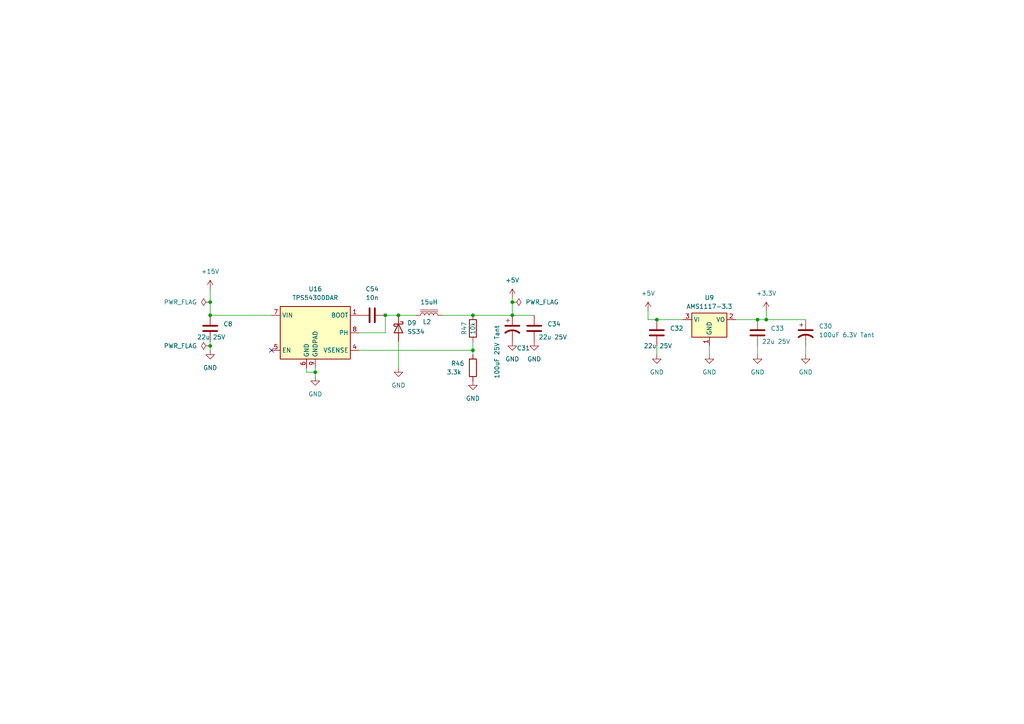
<source format=kicad_sch>
(kicad_sch (version 20230121) (generator eeschema)
  (paper "A4")
  (lib_symbols
    (symbol "Device:C" (pin_numbers hide) (pin_names (offset 0.254))
      (property "Reference" "C" (at 0.635 2.54 0))
      (property "Value" "C" (at 0.635 -2.54 0))
      (symbol "C_0_1"
        (polyline (pts (xy -2.032 -0.762) (xy 2.032 -0.762)) (stroke (width 0.508)))
        (polyline (pts (xy -2.032 0.762) (xy 2.032 0.762)) (stroke (width 0.508)))
      )
      (symbol "C_1_1"
        (pin passive line (at 0 3.81 270) (length 2.794) (name "~") (number "1"))
        (pin passive line (at 0 -3.81 90) (length 2.794) (name "~") (number "2"))
      )
    )
    (symbol "Device:C_Polarized_US" (pin_numbers hide) (pin_names (offset 0.254) hide)
      (property "Reference" "C" (at 0.635 2.54 0))
      (property "Value" "C_Polarized_US" (at 0.635 -2.54 0))
      (symbol "C_Polarized_US_0_1"
        (polyline (pts (xy -2.032 0.762) (xy 2.032 0.762)) (stroke (width 0.508)))
        (polyline (pts (xy -1.778 2.286) (xy -0.762 2.286)))
        (polyline (pts (xy -1.27 1.778) (xy -1.27 2.794)))
        (arc (start 2.032 -1.27) (mid 0 -0.5572) (end -2.032 -1.27) (stroke (width 0.508)))
      )
      (symbol "C_Polarized_US_1_1"
        (pin passive line (at 0 3.81 270) (length 2.794) (name "~") (number "1"))
        (pin passive line (at 0 -3.81 90) (length 3.302) (name "~") (number "2"))
      )
    )
    (symbol "Device:D_Schottky" (pin_numbers hide) (pin_names (offset 1.016) hide)
      (property "Reference" "D" (at 0 2.54 0))
      (property "Value" "D_Schottky" (at 0 -2.54 0))
      (symbol "D_Schottky_0_1"
        (polyline (pts (xy 1.27 0) (xy -1.27 0)))
        (polyline (pts (xy 1.27 1.27) (xy 1.27 -1.27) (xy -1.27 0) (xy 1.27 1.27)) (stroke (width 0.254)))
        (polyline (pts (xy -1.905 0.635) (xy -1.905 1.27) (xy -1.27 1.27) (xy -1.27 -1.27) (xy -0.635 -1.27) (xy -0.635 -0.635)) (stroke (width 0.254)))
      )
      (symbol "D_Schottky_1_1"
        (pin passive line (at -3.81 0 0) (length 2.54) (name "K") (number "1"))
        (pin passive line (at 3.81 0 180) (length 2.54) (name "A") (number "2"))
      )
    )
    (symbol "Device:L_Iron" (pin_numbers hide) (pin_names (offset 1.016) hide)
      (property "Reference" "L" (at -1.27 0 90))
      (property "Value" "L_Iron" (at 2.794 0 90))
      (symbol "L_Iron_0_1"
        (arc (start 0 -2.54) (mid 0.6323 -1.905) (end 0 -1.27))
        (arc (start 0 -1.27) (mid 0.6323 -0.635) (end 0 0))
        (polyline (pts (xy 1.016 2.54) (xy 1.016 -2.54)))
        (polyline (pts (xy 1.524 -2.54) (xy 1.524 2.54)))
        (arc (start 0 0) (mid 0.6323 0.635) (end 0 1.27))
        (arc (start 0 1.27) (mid 0.6323 1.905) (end 0 2.54))
      )
      (symbol "L_Iron_1_1"
        (pin passive line (at 0 3.81 270) (length 1.27) (name "1") (number "1"))
        (pin passive line (at 0 -3.81 90) (length 1.27) (name "2") (number "2"))
      )
    )
    (symbol "Device:R" (pin_numbers hide) (pin_names (offset 0))
      (property "Reference" "R" (at 2.032 0 90))
      (property "Value" "R" (at 0 0 90))
      (symbol "R_0_1"
        (rectangle (start -1.016 -2.54) (end 1.016 2.54) (stroke (width 0.254)))
      )
      (symbol "R_1_1"
        (pin passive line (at 0 3.81 270) (length 1.27) (name "~") (number "1"))
        (pin passive line (at 0 -3.81 90) (length 1.27) (name "~") (number "2"))
      )
    )
    (symbol "Regulator_Linear:AMS1117-3.3"
      (property "Reference" "U" (at -3.81 3.175 0))
      (property "Value" "AMS1117-3.3" (at 0 3.175 0))
      (symbol "AMS1117-3.3_0_1"
        (rectangle (start -5.08 -5.08) (end 5.08 1.905) (stroke (width 0.254)) (fill (type background)))
      )
      (symbol "AMS1117-3.3_1_1"
        (pin power_in line (at 0 -7.62 90) (length 2.54) (name "GND") (number "1"))
        (pin power_out line (at 7.62 0 180) (length 2.54) (name "VO") (number "2"))
        (pin power_in line (at -7.62 0 0) (length 2.54) (name "VI") (number "3"))
      )
    )
    (symbol "Regulator_Switching:TPS5430DDA"
      (property "Reference" "U" (at -10.16 8.89 0))
      (property "Value" "TPS5430DDA" (at -1.27 8.89 0))
      (symbol "TPS5430DDA_0_1"
        (rectangle (start -10.16 7.62) (end 10.16 -7.62) (stroke (width 0.254)) (fill (type background)))
      )
      (symbol "TPS5430DDA_1_1"
        (pin input line (at 12.7 5.08 180) (length 2.54) (name "BOOT") (number "1"))
        (pin no_connect line (at -10.16 2.54 0) (length 2.54) hide (name "NC") (number "2"))
        (pin no_connect line (at -10.16 -2.54 0) (length 2.54) hide (name "NC") (number "3"))
        (pin input line (at 12.7 -5.08 180) (length 2.54) (name "VSENSE") (number "4"))
        (pin input line (at -12.7 -5.08 0) (length 2.54) (name "EN") (number "5"))
        (pin power_in line (at -2.54 -10.16 90) (length 2.54) (name "GND") (number "6"))
        (pin power_in line (at -12.7 5.08 0) (length 2.54) (name "VIN") (number "7"))
        (pin output line (at 12.7 0 180) (length 2.54) (name "PH") (number "8"))
        (pin power_in line (at 0 -10.16 90) (length 2.54) (name "GNDPAD") (number "9"))
      )
    )
    (symbol "power:+15V" (power) (pin_names (offset 0))
      (property "Value" "+15V" (at 0 3.556 0))
      (symbol "+15V_0_1"
        (polyline (pts (xy -0.762 1.27) (xy 0 2.54)))
        (polyline (pts (xy 0 0) (xy 0 2.54)))
        (polyline (pts (xy 0 2.54) (xy 0.762 1.27)))
      )
      (symbol "+15V_1_1"
        (pin power_in line (at 0 0 90) (length 0) hide (name "+15V") (number "1"))
      )
    )
    (symbol "power:+3.3V" (power) (pin_names (offset 0))
      (property "Value" "+3.3V" (at 0 3.556 0))
      (symbol "+3.3V_0_1"
        (polyline (pts (xy -0.762 1.27) (xy 0 2.54)))
        (polyline (pts (xy 0 0) (xy 0 2.54)))
        (polyline (pts (xy 0 2.54) (xy 0.762 1.27)))
      )
      (symbol "+3.3V_1_1"
        (pin power_in line (at 0 0 90) (length 0) hide (name "+3.3V") (number "1"))
      )
    )
    (symbol "power:+5V" (power) (pin_names (offset 0))
      (property "Value" "+5V" (at 0 3.556 0))
      (symbol "+5V_0_1"
        (polyline (pts (xy -0.762 1.27) (xy 0 2.54)))
        (polyline (pts (xy 0 0) (xy 0 2.54)))
        (polyline (pts (xy 0 2.54) (xy 0.762 1.27)))
      )
      (symbol "+5V_1_1"
        (pin power_in line (at 0 0 90) (length 0) hide (name "+5V") (number "1"))
      )
    )
    (symbol "power:GND" (power) (pin_names (offset 0))
      (property "Value" "GND" (at 0 -3.81 0))
      (symbol "GND_0_1"
        (polyline (pts (xy 0 0) (xy 0 -1.27) (xy 1.27 -1.27) (xy 0 -2.54) (xy -1.27 -1.27) (xy 0 -1.27)))
      )
      (symbol "GND_1_1"
        (pin power_in line (at 0 0 270) (length 0) hide (name "GND") (number "1"))
      )
    )
    (symbol "power:PWR_FLAG" (power) (pin_numbers hide) (pin_names (offset 0) hide)
      (property "Value" "PWR_FLAG" (at 0 3.81 0))
      (symbol "PWR_FLAG_0_0"
        (pin power_out line (at 0 0 90) (length 0) (name "pwr") (number "1"))
      )
      (symbol "PWR_FLAG_0_1"
        (polyline (pts (xy 0 0) (xy 0 1.27) (xy -1.016 1.905) (xy 0 2.54) (xy 1.016 1.905) (xy 0 1.27)))
      )
    )
  )
  (junction (at 190.5 92.71))
  (junction (at 60.96 100.33))
  (junction (at 148.59 91.44))
  (junction (at 137.16 91.44))
  (junction (at 148.59 87.63))
  (junction (at 60.96 87.63))
  (junction (at 60.96 91.44))
  (junction (at 222.25 92.71))
  (junction (at 219.71 92.71))
  (junction (at 91.44 107.95))
  (junction (at 111.76 91.44))
  (junction (at 115.57 91.44))
  (junction (at 137.16 101.6))
  (no_connect (at 78.74 101.6))
  (wire (pts (xy 104.14 96.52) (xy 111.76 96.52)))
  (wire (pts (xy 233.68 100.33) (xy 233.68 102.87)))
  (wire (pts (xy 187.96 90.17) (xy 187.96 92.71)))
  (wire (pts (xy 104.14 101.6) (xy 137.16 101.6)))
  (wire (pts (xy 190.5 100.33) (xy 190.5 102.87)))
  (wire (pts (xy 60.96 100.33) (xy 60.96 101.6)))
  (wire (pts (xy 222.25 92.71) (xy 233.68 92.71)))
  (wire (pts (xy 137.16 101.6) (xy 137.16 99.06)))
  (wire (pts (xy 205.74 100.33) (xy 205.74 102.87)))
  (wire (pts (xy 88.9 107.95) (xy 91.44 107.95)))
  (wire (pts (xy 128.27 91.44) (xy 137.16 91.44)))
  (wire (pts (xy 78.74 91.44) (xy 60.96 91.44)))
  (wire (pts (xy 111.76 96.52) (xy 111.76 91.44)))
  (wire (pts (xy 60.96 83.82) (xy 60.96 87.63)))
  (wire (pts (xy 148.59 87.63) (xy 148.59 91.44)))
  (wire (pts (xy 148.59 91.44) (xy 154.94 91.44)))
  (wire (pts (xy 91.44 106.68) (xy 91.44 107.95)))
  (wire (pts (xy 187.96 92.71) (xy 190.5 92.71)))
  (wire (pts (xy 115.57 99.06) (xy 115.57 106.68)))
  (wire (pts (xy 60.96 99.06) (xy 60.96 100.33)))
  (wire (pts (xy 190.5 92.71) (xy 198.12 92.71)))
  (wire (pts (xy 137.16 91.44) (xy 148.59 91.44)))
  (wire (pts (xy 60.96 87.63) (xy 60.96 91.44)))
  (wire (pts (xy 115.57 91.44) (xy 120.65 91.44)))
  (wire (pts (xy 148.59 86.36) (xy 148.59 87.63)))
  (wire (pts (xy 91.44 107.95) (xy 91.44 109.22)))
  (wire (pts (xy 219.71 100.33) (xy 219.71 102.87)))
  (wire (pts (xy 219.71 92.71) (xy 222.25 92.71)))
  (wire (pts (xy 88.9 106.68) (xy 88.9 107.95)))
  (wire (pts (xy 213.36 92.71) (xy 219.71 92.71)))
  (wire (pts (xy 111.76 91.44) (xy 115.57 91.44)))
  (wire (pts (xy 137.16 102.87) (xy 137.16 101.6)))
  (wire (pts (xy 222.25 92.71) (xy 222.25 90.17)))
  (symbol (lib_id "power:GND") (at 60.96 101.6 0) (unit 1)
    (property "Reference" "#PWR08" (effects hide))
    (property "Value" "GND" (at 60.96 106.68 0))
    (instances (project "GigaMax" (path "" (reference "#PWR08") (unit 1)) (path "" (reference "#PWR067") (unit 1))))
  )
  (symbol (lib_id "power:GND") (at 233.68 102.87 0) (unit 1)
    (property "Reference" "#PWR08" (effects hide))
    (property "Value" "GND" (at 233.68 107.95 0))
    (instances (project "GigaMax" (path "" (reference "#PWR08") (unit 1)) (path "" (reference "#PWR079") (unit 1))))
  )
  (symbol (lib_id "Device:D_Schottky") (at 115.57 95.25 270) (unit 1)
    (property "Reference" "D9" (at 118.11 93.6625 90) (effects (justify left)))
    (property "Value" "SS34" (at 118.11 96.2025 90) (effects (justify left)))
    (property "Footprint" "Diode_SMD:D_SMA" (effects hide))
    (property "MPN" "C8678" (effects hide))
  )
  (symbol (lib_id "Device:C") (at 219.71 96.52 0) (unit 1)
    (property "Reference" "C33" (at 223.52 95.25 0) (effects (justify left)))
    (property "Value" "22u 25V" (at 220.98 99.06 0) (effects (justify left)))
    (property "Footprint" "Capacitor_SMD:C_0805_2012Metric" (effects hide))
    (property "MPN" "C45783" (effects hide))
  )
  (symbol (lib_id "power:PWR_FLAG") (at 60.96 100.33 90) (unit 1)
    (property "Reference" "#FLG02" (effects hide))
    (property "Value" "PWR_FLAG" (at 57.15 100.33 90) (effects (justify left)))
  )
  (symbol (lib_id "power:GND") (at 190.5 102.87 0) (unit 1)
    (property "Reference" "#PWR08" (effects hide))
    (property "Value" "GND" (at 190.5 107.95 0))
    (instances (project "GigaMax" (path "" (reference "#PWR08") (unit 1)) (path "" (reference "#PWR075") (unit 1))))
  )
  (symbol (lib_id "power:GND") (at 205.74 102.87 0) (unit 1)
    (property "Reference" "#PWR08" (effects hide))
    (property "Value" "GND" (at 205.74 107.95 0))
    (instances (project "GigaMax" (path "" (reference "#PWR08") (unit 1)) (path "" (reference "#PWR076") (unit 1))))
  )
  (symbol (lib_id "Device:C") (at 107.95 91.44 270) (unit 1)
    (property "Reference" "C54" (at 107.95 83.82 90))
    (property "Value" "10n" (at 107.95 86.36 90))
    (property "Footprint" "GigaVescLibs:C_0603_1608Metric_L" (effects hide))
    (property "MPN" "C57112" (effects hide))
  )
  (symbol (lib_id "power:GND") (at 115.57 106.68 0) (unit 1)
    (property "Reference" "#PWR08" (effects hide))
    (property "Value" "GND" (at 115.57 111.76 0))
    (instances (project "GigaMax" (path "" (reference "#PWR08") (unit 1)) (path "" (reference "#PWR0147") (unit 1))))
  )
  (symbol (lib_id "power:GND") (at 154.94 99.06 0) (unit 1)
    (property "Reference" "#PWR08" (effects hide))
    (property "Value" "GND" (at 154.94 104.14 0))
    (instances (project "GigaMax" (path "" (reference "#PWR08") (unit 1)) (path "" (reference "#PWR084") (unit 1))))
  )
  (symbol (lib_id "power:+3.3V") (at 222.25 90.17 0) (unit 1)
    (property "Reference" "#PWR03" (effects hide))
    (property "Value" "+3.3V" (at 222.25 85.09 0))
    (instances (project "GigaMax" (path "" (reference "#PWR03") (unit 1)) (path "" (reference "#PWR078") (unit 1))))
  )
  (symbol (lib_id "power:+5V") (at 187.96 90.17 0) (unit 1)
    (property "Reference" "#PWR074" (effects hide))
    (property "Value" "+5V" (at 187.96 85.09 0))
  )
  (symbol (lib_id "Regulator_Linear:AMS1117-3.3") (at 205.74 92.71 0) (unit 1)
    (property "Reference" "U9" (at 205.74 86.36 0))
    (property "Value" "AMS1117-3.3" (at 205.74 88.9 0))
    (property "Footprint" "Package_TO_SOT_SMD:SOT-223-3_TabPin2" (effects hide))
    (property "Datasheet" "http://www.advanced-monolithic.com/pdf/ds1117.pdf" (effects hide))
    (property "MPN" "C6186" (effects hide))
    (property "JLCRotOffset" "-180" (effects hide))
  )
  (symbol (lib_id "power:GND") (at 219.71 102.87 0) (unit 1)
    (property "Reference" "#PWR08" (effects hide))
    (property "Value" "GND" (at 219.71 107.95 0))
    (instances (project "GigaMax" (path "" (reference "#PWR08") (unit 1)) (path "" (reference "#PWR077") (unit 1))))
  )
  (symbol (lib_id "Device:C") (at 154.94 95.25 0) (unit 1)
    (property "Reference" "C34" (at 158.75 93.98 0) (effects (justify left)))
    (property "Value" "22u 25V" (at 156.21 97.79 0) (effects (justify left)))
    (property "Footprint" "Capacitor_SMD:C_0805_2012Metric" (effects hide))
    (property "MPN" "C45783" (effects hide))
  )
  (symbol (lib_id "Regulator_Switching:TPS5430DDA") (at 91.44 96.52 0) (unit 1)
    (property "Reference" "U16" (at 91.44 83.82 0))
    (property "Value" "TPS5430DDAR" (at 91.44 86.36 0))
    (property "Footprint" "Package_SO:TI_SO-PowerPAD-8_ThermalVias" (effects hide))
    (property "Datasheet" "http://www.ti.com/lit/ds/symlink/tps5430.pdf" (effects hide))
    (property "MPN" "C9864" (effects hide))
  )
  (symbol (lib_id "Device:C") (at 60.96 95.25 0) (unit 1)
    (property "Reference" "C8" (at 64.77 93.98 0) (effects (justify left)))
    (property "Value" "22u 25V" (at 57.15 97.79 0) (effects (justify left)))
    (property "Footprint" "Capacitor_SMD:C_0805_2012Metric" (effects hide))
    (property "MPN" "C45783" (effects hide))
    (instances (project "GigaMax" (path "" (reference "C8") (unit 1)) (path "" (reference "C28") (unit 1))))
  )
  (symbol (lib_id "power:PWR_FLAG") (at 60.96 87.63 90) (unit 1)
    (property "Reference" "#FLG01" (effects hide))
    (property "Value" "PWR_FLAG" (at 57.15 87.63 90) (effects (justify left)))
  )
  (symbol (lib_id "power:GND") (at 137.16 110.49 0) (unit 1)
    (property "Reference" "#PWR08" (effects hide))
    (property "Value" "GND" (at 137.16 115.57 0))
    (instances (project "GigaMax" (path "" (reference "#PWR08") (unit 1)) (path "" (reference "#PWR0148") (unit 1))))
  )
  (symbol (lib_id "Device:R") (at 137.16 106.68 0) (unit 1)
    (property "Reference" "R46" (at 130.81 105.41 0) (effects (justify left)))
    (property "Value" "3.3k" (at 129.54 107.95 0) (effects (justify left)))
    (property "Footprint" "Resistor_SMD:R_0603_1608Metric" (effects hide))
    (property "MPN" "C22978" (effects hide))
  )
  (symbol (lib_id "Device:C") (at 190.5 96.52 0) (unit 1)
    (property "Reference" "C32" (at 194.31 95.25 0) (effects (justify left)))
    (property "Value" "22u 25V" (at 186.69 100.33 0) (effects (justify left)))
    (property "Footprint" "Capacitor_SMD:C_0805_2012Metric" (effects hide))
    (property "MPN" "C45783" (effects hide))
  )
  (symbol (lib_id "Device:C_Polarized_US") (at 148.59 95.25 0) (unit 1)
    (property "Reference" "C31" (at 149.86 100.965 0) (effects (justify left)))
    (property "Value" "100uF 25V Tant" (at 144.145 109.855 90) (effects (justify left)))
    (property "Footprint" "Capacitor_Tantalum_SMD:CP_EIA-7343-31_Kemet-D" (effects hide))
    (property "MPN" "C212710" (effects hide))
  )
  (symbol (lib_id "power:+15V") (at 60.96 83.82 0) (unit 1)
    (property "Reference" "#PWR072" (effects hide))
    (property "Value" "+15V" (at 60.96 78.74 0))
  )
  (symbol (lib_id "power:PWR_FLAG") (at 148.59 87.63 270) (unit 1)
    (property "Reference" "#FLG03" (effects hide))
    (property "Value" "PWR_FLAG" (at 152.4 87.63 90) (effects (justify left)))
  )
  (symbol (lib_id "power:GND") (at 148.59 99.06 0) (unit 1)
    (property "Reference" "#PWR08" (effects hide))
    (property "Value" "GND" (at 148.59 104.14 0))
    (instances (project "GigaMax" (path "" (reference "#PWR08") (unit 1)) (path "" (reference "#PWR070") (unit 1))))
  )
  (symbol (lib_id "power:+5V") (at 148.59 86.36 0) (unit 1)
    (property "Reference" "#PWR071" (effects hide))
    (property "Value" "+5V" (at 148.59 81.28 0))
  )
  (symbol (lib_id "Device:R") (at 137.16 95.25 180) (unit 1)
    (property "Reference" "R47" (at 134.62 95.25 90))
    (property "Value" "10k" (at 137.16 95.25 90))
    (property "Footprint" "Resistor_SMD:R_0603_1608Metric" (effects hide))
    (property "MPN" "C25804" (effects hide))
    (instances (project "GigaMax" (path "" (reference "R47") (unit 1)) (path "" (reference "R48") (unit 1)) (path "" (reference "R48") (unit 1)) (path "" (reference "R47") (unit 1)) (path "" (reference "R47") (unit 1))))
  )
  (symbol (lib_id "Device:C_Polarized_US") (at 233.68 96.52 0) (unit 1)
    (property "Reference" "C30" (at 237.49 94.615 0) (effects (justify left)))
    (property "Value" "100uF 6.3V Tant" (at 237.49 97.155 0) (effects (justify left)))
    (property "Footprint" "Capacitor_Tantalum_SMD:CP_EIA-3528-15_AVX-H" (effects hide))
    (property "MPN" "C16133" (effects hide))
  )
  (symbol (lib_id "power:GND") (at 91.44 109.22 0) (unit 1)
    (property "Reference" "#PWR08" (effects hide))
    (property "Value" "GND" (at 91.44 114.3 0))
    (instances (project "GigaMax" (path "" (reference "#PWR08") (unit 1)) (path "" (reference "#PWR0146") (unit 1))))
  )
  (symbol (lib_id "Device:L_Iron") (at 124.46 91.44 90) (unit 1)
    (property "Reference" "L2" (at 123.825 93.345 90))
    (property "Value" "15uH" (at 124.46 87.63 90))
    (property "Footprint" "Inductor_SMD:L_Bourns_SRP7028A_7.3x6.6mm" (effects hide))
    (property "MPN" "C177243" (effects hide))
  )
)
</source>
